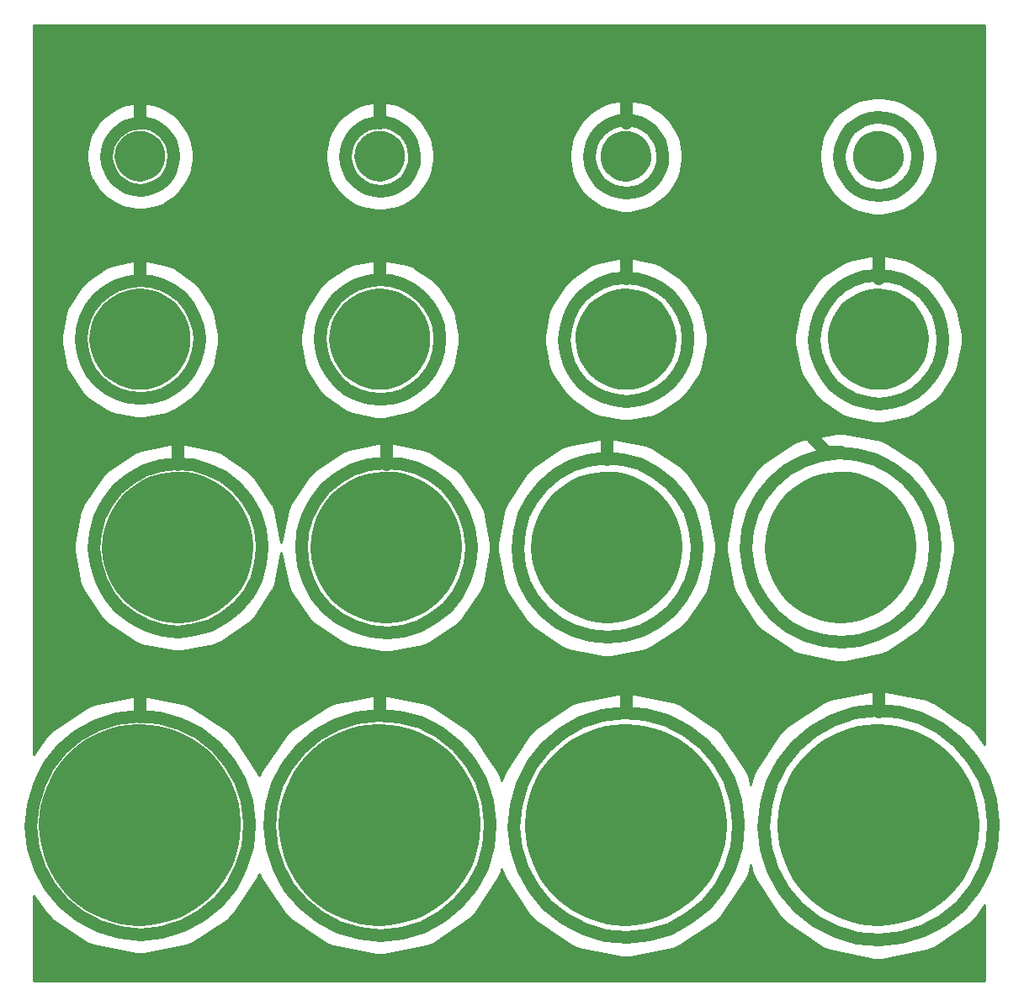
<source format=gtl>
G04 (created by PCBNEW-RS274X (2011-nov-30)-testing) date Sat 18 Aug 2012 05:52:09 PM EDT*
%MOIN*%
G04 Gerber Fmt 3.4, Leading zero omitted, Abs format*
%FSLAX34Y34*%
G01*
G70*
G90*
G04 APERTURE LIST*
%ADD10C,0.006*%
%ADD11C,0.05*%
%ADD12C,0.4*%
%ADD13C,0.3*%
%ADD14C,0.2*%
%ADD15C,0.1*%
%ADD16C,0.14*%
%ADD17R,0.01X0.01*%
%ADD18C,0.035*%
%ADD19C,0.01*%
G04 APERTURE END LIST*
G54D10*
G54D11*
X79870Y-68000D02*
X79786Y-68848D01*
X79540Y-69665D01*
X79139Y-70418D01*
X78600Y-71079D01*
X77943Y-71622D01*
X77193Y-72028D01*
X76378Y-72280D01*
X75530Y-72369D01*
X74682Y-72292D01*
X73863Y-72051D01*
X73108Y-71656D01*
X72443Y-71122D01*
X71895Y-70468D01*
X71484Y-69721D01*
X71226Y-68908D01*
X71131Y-68061D01*
X71202Y-67212D01*
X71437Y-66392D01*
X71827Y-65633D01*
X72357Y-64965D01*
X73006Y-64412D01*
X73751Y-63996D01*
X74562Y-63732D01*
X75409Y-63631D01*
X76258Y-63697D01*
X77080Y-63926D01*
X77841Y-64311D01*
X78513Y-64836D01*
X79070Y-65481D01*
X79492Y-66223D01*
X79761Y-67032D01*
X79868Y-67878D01*
X79870Y-68000D01*
G54D12*
X77500Y-68000D02*
X77461Y-68388D01*
X77349Y-68762D01*
X77165Y-69106D01*
X76919Y-69409D01*
X76618Y-69658D01*
X76275Y-69843D01*
X75902Y-69959D01*
X75513Y-69999D01*
X75126Y-69964D01*
X74751Y-69854D01*
X74405Y-69673D01*
X74101Y-69428D01*
X73850Y-69129D01*
X73662Y-68787D01*
X73544Y-68415D01*
X73501Y-68027D01*
X73533Y-67639D01*
X73641Y-67264D01*
X73819Y-66917D01*
X74062Y-66611D01*
X74359Y-66358D01*
X74700Y-66168D01*
X75071Y-66047D01*
X75459Y-66001D01*
X75847Y-66031D01*
X76223Y-66136D01*
X76571Y-66312D01*
X76879Y-66552D01*
X77134Y-66848D01*
X77327Y-67187D01*
X77450Y-67557D01*
X77499Y-67945D01*
X77500Y-68000D01*
G54D11*
X70330Y-68000D02*
X70247Y-68841D01*
X70003Y-69650D01*
X69606Y-70396D01*
X69072Y-71051D01*
X68421Y-71589D01*
X67677Y-71991D01*
X66870Y-72241D01*
X66030Y-72329D01*
X65189Y-72253D01*
X64378Y-72014D01*
X63630Y-71623D01*
X62971Y-71093D01*
X62428Y-70446D01*
X62021Y-69705D01*
X61765Y-68900D01*
X61671Y-68060D01*
X61742Y-67219D01*
X61975Y-66407D01*
X62361Y-65655D01*
X62886Y-64993D01*
X63529Y-64445D01*
X64267Y-64033D01*
X65071Y-63772D01*
X65910Y-63671D01*
X66751Y-63736D01*
X67565Y-63964D01*
X68320Y-64345D01*
X68986Y-64865D01*
X69538Y-65505D01*
X69955Y-66239D01*
X70222Y-67041D01*
X70328Y-67880D01*
X70330Y-68000D01*
G54D12*
X68000Y-68000D02*
X67961Y-68388D01*
X67849Y-68762D01*
X67665Y-69106D01*
X67419Y-69409D01*
X67118Y-69658D01*
X66775Y-69843D01*
X66402Y-69959D01*
X66013Y-69999D01*
X65626Y-69964D01*
X65251Y-69854D01*
X64905Y-69673D01*
X64601Y-69428D01*
X64350Y-69129D01*
X64162Y-68787D01*
X64044Y-68415D01*
X64001Y-68027D01*
X64033Y-67639D01*
X64141Y-67264D01*
X64319Y-66917D01*
X64562Y-66611D01*
X64859Y-66358D01*
X65200Y-66168D01*
X65571Y-66047D01*
X65959Y-66001D01*
X66347Y-66031D01*
X66723Y-66136D01*
X67071Y-66312D01*
X67379Y-66552D01*
X67634Y-66848D01*
X67827Y-67187D01*
X67950Y-67557D01*
X67999Y-67945D01*
X68000Y-68000D01*
G54D11*
X99800Y-68000D02*
X99713Y-68883D01*
X99456Y-69733D01*
X99039Y-70517D01*
X98478Y-71206D01*
X97794Y-71772D01*
X97013Y-72194D01*
X96164Y-72457D01*
X95281Y-72549D01*
X94398Y-72469D01*
X93546Y-72218D01*
X92759Y-71807D01*
X92067Y-71250D01*
X91496Y-70570D01*
X91068Y-69792D01*
X90800Y-68945D01*
X90701Y-68063D01*
X90775Y-67179D01*
X91020Y-66326D01*
X91426Y-65536D01*
X91978Y-64840D01*
X92654Y-64264D01*
X93429Y-63831D01*
X94273Y-63557D01*
X95155Y-63451D01*
X96040Y-63520D01*
X96895Y-63758D01*
X97688Y-64159D01*
X98387Y-64706D01*
X98968Y-65378D01*
X99406Y-66150D01*
X99686Y-66992D01*
X99798Y-67873D01*
X99800Y-68000D01*
G54D12*
X97250Y-68000D02*
X97211Y-68388D01*
X97099Y-68762D01*
X96915Y-69106D01*
X96669Y-69409D01*
X96368Y-69658D01*
X96025Y-69843D01*
X95652Y-69959D01*
X95263Y-69999D01*
X94876Y-69964D01*
X94501Y-69854D01*
X94155Y-69673D01*
X93851Y-69428D01*
X93600Y-69129D01*
X93412Y-68787D01*
X93294Y-68415D01*
X93251Y-68027D01*
X93283Y-67639D01*
X93391Y-67264D01*
X93569Y-66917D01*
X93812Y-66611D01*
X94109Y-66358D01*
X94450Y-66168D01*
X94821Y-66047D01*
X95209Y-66001D01*
X95597Y-66031D01*
X95973Y-66136D01*
X96321Y-66312D01*
X96629Y-66552D01*
X96884Y-66848D01*
X97077Y-67187D01*
X97200Y-67557D01*
X97249Y-67945D01*
X97250Y-68000D01*
G54D11*
X89700Y-68000D02*
X89615Y-68864D01*
X89364Y-69695D01*
X88956Y-70462D01*
X88407Y-71135D01*
X87738Y-71689D01*
X86974Y-72102D01*
X86144Y-72359D01*
X85281Y-72449D01*
X84417Y-72371D01*
X83584Y-72125D01*
X82814Y-71723D01*
X82137Y-71179D01*
X81579Y-70514D01*
X81160Y-69753D01*
X80898Y-68925D01*
X80801Y-68062D01*
X80874Y-67197D01*
X81113Y-66362D01*
X81510Y-65590D01*
X82049Y-64909D01*
X82711Y-64346D01*
X83469Y-63923D01*
X84295Y-63654D01*
X85157Y-63551D01*
X86022Y-63618D01*
X86859Y-63852D01*
X87634Y-64243D01*
X88318Y-64778D01*
X88886Y-65435D01*
X89315Y-66191D01*
X89589Y-67015D01*
X89698Y-67876D01*
X89700Y-68000D01*
G54D12*
X87250Y-68000D02*
X87211Y-68388D01*
X87099Y-68762D01*
X86915Y-69106D01*
X86669Y-69409D01*
X86368Y-69658D01*
X86025Y-69843D01*
X85652Y-69959D01*
X85263Y-69999D01*
X84876Y-69964D01*
X84501Y-69854D01*
X84155Y-69673D01*
X83851Y-69428D01*
X83600Y-69129D01*
X83412Y-68787D01*
X83294Y-68415D01*
X83251Y-68027D01*
X83283Y-67639D01*
X83391Y-67264D01*
X83569Y-66917D01*
X83812Y-66611D01*
X84109Y-66358D01*
X84450Y-66168D01*
X84821Y-66047D01*
X85209Y-66001D01*
X85597Y-66031D01*
X85973Y-66136D01*
X86321Y-66312D01*
X86629Y-66552D01*
X86884Y-66848D01*
X87077Y-67187D01*
X87200Y-67557D01*
X87249Y-67945D01*
X87250Y-68000D01*
G54D11*
X70830Y-57000D02*
X70766Y-57646D01*
X70578Y-58268D01*
X70273Y-58842D01*
X69862Y-59346D01*
X69362Y-59760D01*
X68790Y-60069D01*
X68169Y-60261D01*
X67523Y-60329D01*
X66877Y-60271D01*
X66253Y-60087D01*
X65677Y-59786D01*
X65171Y-59379D01*
X64753Y-58881D01*
X64440Y-58311D01*
X64243Y-57692D01*
X64171Y-57046D01*
X64225Y-56399D01*
X64404Y-55775D01*
X64701Y-55197D01*
X65105Y-54687D01*
X65600Y-54266D01*
X66167Y-53949D01*
X66785Y-53748D01*
X67431Y-53671D01*
X68078Y-53721D01*
X68704Y-53896D01*
X69284Y-54189D01*
X69796Y-54589D01*
X70221Y-55081D01*
X70542Y-55646D01*
X70747Y-56263D01*
X70828Y-56908D01*
X70830Y-57000D01*
G54D13*
X69000Y-57000D02*
X68971Y-57291D01*
X68886Y-57571D01*
X68749Y-57830D01*
X68564Y-58056D01*
X68338Y-58243D01*
X68081Y-58382D01*
X67801Y-58469D01*
X67510Y-58499D01*
X67219Y-58473D01*
X66939Y-58390D01*
X66679Y-58255D01*
X66451Y-58071D01*
X66263Y-57847D01*
X66122Y-57590D01*
X66033Y-57311D01*
X66001Y-57020D01*
X66025Y-56730D01*
X66106Y-56448D01*
X66240Y-56188D01*
X66421Y-55959D01*
X66644Y-55769D01*
X66900Y-55626D01*
X67178Y-55535D01*
X67469Y-55501D01*
X67760Y-55523D01*
X68042Y-55602D01*
X68303Y-55734D01*
X68534Y-55914D01*
X68725Y-56136D01*
X68870Y-56390D01*
X68962Y-56668D01*
X68999Y-56959D01*
X69000Y-57000D01*
G54D11*
X97500Y-57000D02*
X97428Y-57728D01*
X97217Y-58429D01*
X96873Y-59075D01*
X96410Y-59642D01*
X95846Y-60108D01*
X95203Y-60456D01*
X94504Y-60673D01*
X93776Y-60749D01*
X93048Y-60683D01*
X92346Y-60476D01*
X91697Y-60137D01*
X91127Y-59679D01*
X90656Y-59118D01*
X90304Y-58477D01*
X90082Y-57779D01*
X90001Y-57052D01*
X90062Y-56324D01*
X90264Y-55620D01*
X90598Y-54969D01*
X91053Y-54396D01*
X91610Y-53921D01*
X92249Y-53564D01*
X92945Y-53338D01*
X93672Y-53251D01*
X94401Y-53307D01*
X95106Y-53504D01*
X95759Y-53834D01*
X96336Y-54285D01*
X96814Y-54839D01*
X97175Y-55475D01*
X97406Y-56170D01*
X97498Y-56896D01*
X97500Y-57000D01*
G54D13*
X95250Y-57000D02*
X95221Y-57291D01*
X95136Y-57571D01*
X94999Y-57830D01*
X94814Y-58056D01*
X94588Y-58243D01*
X94331Y-58382D01*
X94051Y-58469D01*
X93760Y-58499D01*
X93469Y-58473D01*
X93189Y-58390D01*
X92929Y-58255D01*
X92701Y-58071D01*
X92513Y-57847D01*
X92372Y-57590D01*
X92283Y-57311D01*
X92251Y-57020D01*
X92275Y-56730D01*
X92356Y-56448D01*
X92490Y-56188D01*
X92671Y-55959D01*
X92894Y-55769D01*
X93150Y-55626D01*
X93428Y-55535D01*
X93719Y-55501D01*
X94010Y-55523D01*
X94292Y-55602D01*
X94553Y-55734D01*
X94784Y-55914D01*
X94975Y-56136D01*
X95120Y-56390D01*
X95212Y-56668D01*
X95249Y-56959D01*
X95250Y-57000D01*
G54D11*
X88050Y-57000D02*
X87982Y-57689D01*
X87782Y-58352D01*
X87456Y-58964D01*
X87018Y-59501D01*
X86485Y-59943D01*
X85875Y-60272D01*
X85213Y-60477D01*
X84524Y-60549D01*
X83835Y-60487D01*
X83171Y-60291D01*
X82557Y-59970D01*
X82017Y-59536D01*
X81571Y-59005D01*
X81238Y-58398D01*
X81028Y-57738D01*
X80951Y-57049D01*
X81009Y-56360D01*
X81200Y-55694D01*
X81516Y-55077D01*
X81947Y-54534D01*
X82474Y-54085D01*
X83079Y-53747D01*
X83738Y-53533D01*
X84426Y-53451D01*
X85116Y-53504D01*
X85783Y-53691D01*
X86402Y-54003D01*
X86948Y-54430D01*
X87400Y-54954D01*
X87743Y-55557D01*
X87961Y-56214D01*
X88048Y-56901D01*
X88050Y-57000D01*
G54D13*
X86000Y-57000D02*
X85971Y-57291D01*
X85886Y-57571D01*
X85749Y-57830D01*
X85564Y-58056D01*
X85338Y-58243D01*
X85081Y-58382D01*
X84801Y-58469D01*
X84510Y-58499D01*
X84219Y-58473D01*
X83939Y-58390D01*
X83679Y-58255D01*
X83451Y-58071D01*
X83263Y-57847D01*
X83122Y-57590D01*
X83033Y-57311D01*
X83001Y-57020D01*
X83025Y-56730D01*
X83106Y-56448D01*
X83240Y-56188D01*
X83421Y-55959D01*
X83644Y-55769D01*
X83900Y-55626D01*
X84178Y-55535D01*
X84469Y-55501D01*
X84760Y-55523D01*
X85042Y-55602D01*
X85303Y-55734D01*
X85534Y-55914D01*
X85725Y-56136D01*
X85870Y-56390D01*
X85962Y-56668D01*
X85999Y-56959D01*
X86000Y-57000D01*
G54D11*
X79120Y-57000D02*
X79055Y-57654D01*
X78865Y-58284D01*
X78556Y-58864D01*
X78141Y-59374D01*
X77634Y-59793D01*
X77055Y-60106D01*
X76427Y-60301D01*
X75773Y-60369D01*
X75119Y-60310D01*
X74488Y-60124D01*
X73905Y-59819D01*
X73393Y-59407D01*
X72970Y-58903D01*
X72653Y-58327D01*
X72454Y-57700D01*
X72381Y-57047D01*
X72436Y-56392D01*
X72617Y-55760D01*
X72918Y-55175D01*
X73326Y-54660D01*
X73827Y-54233D01*
X74401Y-53912D01*
X75027Y-53709D01*
X75680Y-53631D01*
X76335Y-53682D01*
X76968Y-53859D01*
X77555Y-54155D01*
X78074Y-54560D01*
X78503Y-55058D01*
X78828Y-55630D01*
X79036Y-56254D01*
X79118Y-56906D01*
X79120Y-57000D01*
G54D13*
X77250Y-57000D02*
X77221Y-57291D01*
X77136Y-57571D01*
X76999Y-57830D01*
X76814Y-58056D01*
X76588Y-58243D01*
X76331Y-58382D01*
X76051Y-58469D01*
X75760Y-58499D01*
X75469Y-58473D01*
X75189Y-58390D01*
X74929Y-58255D01*
X74701Y-58071D01*
X74513Y-57847D01*
X74372Y-57590D01*
X74283Y-57311D01*
X74251Y-57020D01*
X74275Y-56730D01*
X74356Y-56448D01*
X74490Y-56188D01*
X74671Y-55959D01*
X74894Y-55769D01*
X75150Y-55626D01*
X75428Y-55535D01*
X75719Y-55501D01*
X76010Y-55523D01*
X76292Y-55602D01*
X76553Y-55734D01*
X76784Y-55914D01*
X76975Y-56136D01*
X77120Y-56390D01*
X77212Y-56668D01*
X77249Y-56959D01*
X77250Y-57000D01*
G54D11*
X68340Y-48750D02*
X68295Y-49204D01*
X68163Y-49641D01*
X67949Y-50044D01*
X67660Y-50398D01*
X67308Y-50689D01*
X66906Y-50907D01*
X66470Y-51042D01*
X66016Y-51089D01*
X65562Y-51048D01*
X65124Y-50919D01*
X64719Y-50708D01*
X64363Y-50421D01*
X64070Y-50072D01*
X63850Y-49671D01*
X63712Y-49236D01*
X63661Y-48782D01*
X63699Y-48328D01*
X63825Y-47889D01*
X64034Y-47483D01*
X64317Y-47125D01*
X64665Y-46829D01*
X65064Y-46606D01*
X65498Y-46465D01*
X65951Y-46411D01*
X66406Y-46446D01*
X66846Y-46569D01*
X67253Y-46775D01*
X67613Y-47056D01*
X67912Y-47402D01*
X68137Y-47799D01*
X68281Y-48232D01*
X68339Y-48685D01*
X68340Y-48750D01*
G54D14*
X67000Y-48750D02*
X66980Y-48944D01*
X66924Y-49131D01*
X66832Y-49303D01*
X66709Y-49454D01*
X66559Y-49579D01*
X66387Y-49671D01*
X66201Y-49729D01*
X66006Y-49749D01*
X65813Y-49732D01*
X65626Y-49677D01*
X65453Y-49586D01*
X65301Y-49464D01*
X65175Y-49314D01*
X65081Y-49143D01*
X65022Y-48957D01*
X65001Y-48763D01*
X65017Y-48570D01*
X65071Y-48382D01*
X65160Y-48209D01*
X65281Y-48056D01*
X65430Y-47929D01*
X65600Y-47834D01*
X65786Y-47774D01*
X65980Y-47751D01*
X66173Y-47766D01*
X66361Y-47818D01*
X66535Y-47906D01*
X66689Y-48026D01*
X66817Y-48174D01*
X66913Y-48344D01*
X66975Y-48529D01*
X66999Y-48723D01*
X67000Y-48750D01*
G54D11*
X97800Y-48750D02*
X97751Y-49245D01*
X97607Y-49721D01*
X97373Y-50161D01*
X97059Y-50546D01*
X96675Y-50864D01*
X96238Y-51100D01*
X95762Y-51247D01*
X95267Y-51299D01*
X94773Y-51254D01*
X94295Y-51114D01*
X93854Y-50883D01*
X93466Y-50571D01*
X93146Y-50190D01*
X92907Y-49754D01*
X92756Y-49280D01*
X92701Y-48785D01*
X92742Y-48290D01*
X92880Y-47812D01*
X93107Y-47369D01*
X93416Y-46979D01*
X93795Y-46657D01*
X94230Y-46414D01*
X94703Y-46260D01*
X95197Y-46201D01*
X95692Y-46239D01*
X96172Y-46373D01*
X96616Y-46597D01*
X97008Y-46904D01*
X97333Y-47281D01*
X97579Y-47713D01*
X97736Y-48186D01*
X97799Y-48679D01*
X97800Y-48750D01*
G54D14*
X96250Y-48750D02*
X96230Y-48944D01*
X96174Y-49131D01*
X96082Y-49303D01*
X95959Y-49454D01*
X95809Y-49579D01*
X95637Y-49671D01*
X95451Y-49729D01*
X95256Y-49749D01*
X95063Y-49732D01*
X94876Y-49677D01*
X94703Y-49586D01*
X94551Y-49464D01*
X94425Y-49314D01*
X94331Y-49143D01*
X94272Y-48957D01*
X94251Y-48763D01*
X94267Y-48570D01*
X94321Y-48382D01*
X94410Y-48209D01*
X94531Y-48056D01*
X94680Y-47929D01*
X94850Y-47834D01*
X95036Y-47774D01*
X95230Y-47751D01*
X95423Y-47766D01*
X95611Y-47818D01*
X95785Y-47906D01*
X95939Y-48026D01*
X96067Y-48174D01*
X96163Y-48344D01*
X96225Y-48529D01*
X96249Y-48723D01*
X96250Y-48750D01*
G54D11*
X87700Y-48750D02*
X87653Y-49225D01*
X87515Y-49683D01*
X87290Y-50105D01*
X86988Y-50476D01*
X86620Y-50781D01*
X86199Y-51008D01*
X85742Y-51149D01*
X85267Y-51199D01*
X84791Y-51156D01*
X84333Y-51021D01*
X83909Y-50800D01*
X83536Y-50500D01*
X83229Y-50134D01*
X82999Y-49715D01*
X82854Y-49259D01*
X82801Y-48784D01*
X82841Y-48308D01*
X82973Y-47849D01*
X83191Y-47423D01*
X83488Y-47049D01*
X83852Y-46739D01*
X84270Y-46505D01*
X84724Y-46358D01*
X85199Y-46301D01*
X85675Y-46338D01*
X86135Y-46466D01*
X86562Y-46682D01*
X86939Y-46976D01*
X87252Y-47338D01*
X87488Y-47754D01*
X87639Y-48208D01*
X87699Y-48682D01*
X87700Y-48750D01*
G54D14*
X86250Y-48750D02*
X86230Y-48944D01*
X86174Y-49131D01*
X86082Y-49303D01*
X85959Y-49454D01*
X85809Y-49579D01*
X85637Y-49671D01*
X85451Y-49729D01*
X85256Y-49749D01*
X85063Y-49732D01*
X84876Y-49677D01*
X84703Y-49586D01*
X84551Y-49464D01*
X84425Y-49314D01*
X84331Y-49143D01*
X84272Y-48957D01*
X84251Y-48763D01*
X84267Y-48570D01*
X84321Y-48382D01*
X84410Y-48209D01*
X84531Y-48056D01*
X84680Y-47929D01*
X84850Y-47834D01*
X85036Y-47774D01*
X85230Y-47751D01*
X85423Y-47766D01*
X85611Y-47818D01*
X85785Y-47906D01*
X85939Y-48026D01*
X86067Y-48174D01*
X86163Y-48344D01*
X86225Y-48529D01*
X86249Y-48723D01*
X86250Y-48750D01*
G54D11*
X77870Y-48750D02*
X77824Y-49210D01*
X77691Y-49653D01*
X77474Y-50061D01*
X77181Y-50419D01*
X76825Y-50714D01*
X76418Y-50934D01*
X75976Y-51071D01*
X75516Y-51119D01*
X75056Y-51078D01*
X74613Y-50947D01*
X74203Y-50733D01*
X73842Y-50443D01*
X73545Y-50088D01*
X73322Y-49683D01*
X73182Y-49242D01*
X73131Y-48783D01*
X73169Y-48323D01*
X73297Y-47878D01*
X73508Y-47467D01*
X73796Y-47104D01*
X74148Y-46804D01*
X74552Y-46579D01*
X74992Y-46436D01*
X75451Y-46381D01*
X75911Y-46417D01*
X76357Y-46541D01*
X76769Y-46749D01*
X77134Y-47034D01*
X77436Y-47384D01*
X77665Y-47787D01*
X77811Y-48225D01*
X77869Y-48684D01*
X77870Y-48750D01*
G54D14*
X76500Y-48750D02*
X76480Y-48944D01*
X76424Y-49131D01*
X76332Y-49303D01*
X76209Y-49454D01*
X76059Y-49579D01*
X75887Y-49671D01*
X75701Y-49729D01*
X75506Y-49749D01*
X75313Y-49732D01*
X75126Y-49677D01*
X74953Y-49586D01*
X74801Y-49464D01*
X74675Y-49314D01*
X74581Y-49143D01*
X74522Y-48957D01*
X74501Y-48763D01*
X74517Y-48570D01*
X74571Y-48382D01*
X74660Y-48209D01*
X74781Y-48056D01*
X74930Y-47929D01*
X75100Y-47834D01*
X75286Y-47774D01*
X75480Y-47751D01*
X75673Y-47766D01*
X75861Y-47818D01*
X76035Y-47906D01*
X76189Y-48026D01*
X76317Y-48174D01*
X76413Y-48344D01*
X76475Y-48529D01*
X76499Y-48723D01*
X76500Y-48750D01*
G54D11*
X67330Y-41500D02*
X67304Y-41758D01*
X67229Y-42006D01*
X67107Y-42236D01*
X66943Y-42437D01*
X66743Y-42602D01*
X66515Y-42726D01*
X66267Y-42802D01*
X66009Y-42829D01*
X65751Y-42806D01*
X65502Y-42733D01*
X65272Y-42612D01*
X65070Y-42450D01*
X64903Y-42251D01*
X64778Y-42023D01*
X64700Y-41776D01*
X64671Y-41518D01*
X64692Y-41260D01*
X64764Y-41011D01*
X64883Y-40780D01*
X65044Y-40577D01*
X65241Y-40408D01*
X65468Y-40282D01*
X65715Y-40202D01*
X65973Y-40171D01*
X66230Y-40191D01*
X66480Y-40261D01*
X66712Y-40378D01*
X66917Y-40537D01*
X67086Y-40734D01*
X67215Y-40960D01*
X67296Y-41206D01*
X67329Y-41463D01*
X67330Y-41500D01*
G54D15*
X66500Y-41500D02*
X66490Y-41597D01*
X66462Y-41690D01*
X66416Y-41776D01*
X66354Y-41852D01*
X66279Y-41914D01*
X66193Y-41960D01*
X66100Y-41989D01*
X66003Y-41999D01*
X65907Y-41991D01*
X65813Y-41963D01*
X65727Y-41918D01*
X65651Y-41857D01*
X65588Y-41782D01*
X65541Y-41696D01*
X65511Y-41603D01*
X65501Y-41506D01*
X65509Y-41410D01*
X65536Y-41316D01*
X65580Y-41230D01*
X65641Y-41153D01*
X65715Y-41090D01*
X65800Y-41042D01*
X65893Y-41012D01*
X65990Y-41001D01*
X66086Y-41008D01*
X66180Y-41034D01*
X66267Y-41078D01*
X66344Y-41138D01*
X66408Y-41212D01*
X66456Y-41297D01*
X66487Y-41390D01*
X66499Y-41487D01*
X66500Y-41500D01*
G54D11*
X96800Y-41500D02*
X96770Y-41801D01*
X96683Y-42090D01*
X96541Y-42357D01*
X96349Y-42592D01*
X96116Y-42785D01*
X95850Y-42928D01*
X95561Y-43018D01*
X95260Y-43049D01*
X94960Y-43022D01*
X94670Y-42937D01*
X94402Y-42796D01*
X94166Y-42607D01*
X93972Y-42375D01*
X93826Y-42110D01*
X93734Y-41822D01*
X93701Y-41521D01*
X93726Y-41221D01*
X93809Y-40930D01*
X93948Y-40661D01*
X94136Y-40424D01*
X94366Y-40228D01*
X94630Y-40080D01*
X94918Y-39987D01*
X95218Y-39951D01*
X95519Y-39974D01*
X95810Y-40055D01*
X96080Y-40192D01*
X96318Y-40378D01*
X96516Y-40607D01*
X96665Y-40870D01*
X96761Y-41157D01*
X96799Y-41457D01*
X96800Y-41500D01*
G54D15*
X95750Y-41500D02*
X95740Y-41597D01*
X95712Y-41690D01*
X95666Y-41776D01*
X95604Y-41852D01*
X95529Y-41914D01*
X95443Y-41960D01*
X95350Y-41989D01*
X95253Y-41999D01*
X95157Y-41991D01*
X95063Y-41963D01*
X94977Y-41918D01*
X94901Y-41857D01*
X94838Y-41782D01*
X94791Y-41696D01*
X94761Y-41603D01*
X94751Y-41506D01*
X94759Y-41410D01*
X94786Y-41316D01*
X94830Y-41230D01*
X94891Y-41153D01*
X94965Y-41090D01*
X95050Y-41042D01*
X95143Y-41012D01*
X95240Y-41001D01*
X95336Y-41008D01*
X95430Y-41034D01*
X95517Y-41078D01*
X95594Y-41138D01*
X95658Y-41212D01*
X95706Y-41297D01*
X95737Y-41390D01*
X95749Y-41487D01*
X95750Y-41500D01*
G54D11*
X86700Y-41500D02*
X86672Y-41781D01*
X86590Y-42052D01*
X86457Y-42302D01*
X86278Y-42521D01*
X86060Y-42702D01*
X85811Y-42836D01*
X85541Y-42920D01*
X85260Y-42949D01*
X84979Y-42924D01*
X84707Y-42844D01*
X84457Y-42713D01*
X84236Y-42535D01*
X84054Y-42319D01*
X83918Y-42071D01*
X83832Y-41801D01*
X83801Y-41520D01*
X83824Y-41239D01*
X83902Y-40967D01*
X84032Y-40715D01*
X84207Y-40493D01*
X84423Y-40310D01*
X84670Y-40172D01*
X84939Y-40084D01*
X85220Y-40051D01*
X85501Y-40073D01*
X85774Y-40149D01*
X86026Y-40276D01*
X86249Y-40450D01*
X86434Y-40665D01*
X86574Y-40911D01*
X86663Y-41179D01*
X86699Y-41460D01*
X86700Y-41500D01*
G54D15*
X85750Y-41500D02*
X85740Y-41597D01*
X85712Y-41690D01*
X85666Y-41776D01*
X85604Y-41852D01*
X85529Y-41914D01*
X85443Y-41960D01*
X85350Y-41989D01*
X85253Y-41999D01*
X85157Y-41991D01*
X85063Y-41963D01*
X84977Y-41918D01*
X84901Y-41857D01*
X84838Y-41782D01*
X84791Y-41696D01*
X84761Y-41603D01*
X84751Y-41506D01*
X84759Y-41410D01*
X84786Y-41316D01*
X84830Y-41230D01*
X84891Y-41153D01*
X84965Y-41090D01*
X85050Y-41042D01*
X85143Y-41012D01*
X85240Y-41001D01*
X85336Y-41008D01*
X85430Y-41034D01*
X85517Y-41078D01*
X85594Y-41138D01*
X85658Y-41212D01*
X85706Y-41297D01*
X85737Y-41390D01*
X85749Y-41487D01*
X85750Y-41500D01*
G54D11*
X76870Y-41500D02*
X76843Y-41766D01*
X76766Y-42022D01*
X76641Y-42258D01*
X76472Y-42465D01*
X76266Y-42635D01*
X76030Y-42762D01*
X75775Y-42842D01*
X75509Y-42869D01*
X75244Y-42845D01*
X74987Y-42770D01*
X74750Y-42646D01*
X74542Y-42478D01*
X74370Y-42274D01*
X74241Y-42039D01*
X74160Y-41784D01*
X74131Y-41519D01*
X74153Y-41253D01*
X74227Y-40996D01*
X74349Y-40758D01*
X74515Y-40549D01*
X74719Y-40376D01*
X74952Y-40245D01*
X75206Y-40162D01*
X75472Y-40131D01*
X75737Y-40151D01*
X75995Y-40223D01*
X76234Y-40344D01*
X76444Y-40508D01*
X76619Y-40711D01*
X76751Y-40943D01*
X76835Y-41197D01*
X76869Y-41462D01*
X76870Y-41500D01*
G54D15*
X76000Y-41500D02*
X75990Y-41597D01*
X75962Y-41690D01*
X75916Y-41776D01*
X75854Y-41852D01*
X75779Y-41914D01*
X75693Y-41960D01*
X75600Y-41989D01*
X75503Y-41999D01*
X75407Y-41991D01*
X75313Y-41963D01*
X75227Y-41918D01*
X75151Y-41857D01*
X75088Y-41782D01*
X75041Y-41696D01*
X75011Y-41603D01*
X75001Y-41506D01*
X75009Y-41410D01*
X75036Y-41316D01*
X75080Y-41230D01*
X75141Y-41153D01*
X75215Y-41090D01*
X75300Y-41042D01*
X75393Y-41012D01*
X75490Y-41001D01*
X75586Y-41008D01*
X75680Y-41034D01*
X75767Y-41078D01*
X75844Y-41138D01*
X75908Y-41212D01*
X75956Y-41297D01*
X75987Y-41390D01*
X75999Y-41487D01*
X76000Y-41500D01*
G54D16*
X75500Y-68000D03*
G54D17*
X75505Y-63555D03*
G54D16*
X66000Y-68000D03*
G54D17*
X66000Y-63700D03*
G54D16*
X95250Y-68000D03*
G54D17*
X95250Y-63500D03*
G54D16*
X85250Y-68000D03*
G54D17*
X85250Y-63500D03*
G54D16*
X67500Y-57000D03*
G54D17*
X67500Y-53700D03*
G54D16*
X93750Y-57000D03*
G54D17*
X93750Y-53200D03*
G54D16*
X84500Y-57000D03*
G54D17*
X84500Y-53500D03*
G54D16*
X75750Y-57000D03*
G54D17*
X75750Y-53700D03*
G54D16*
X66000Y-48750D03*
G54D17*
X66000Y-46350D03*
G54D16*
X95250Y-48750D03*
G54D17*
X95250Y-46350D03*
G54D16*
X85250Y-48750D03*
G54D17*
X85250Y-46350D03*
G54D16*
X75500Y-48750D03*
G54D17*
X75500Y-46350D03*
G54D16*
X66000Y-41500D03*
G54D17*
X66000Y-40170D03*
G54D16*
X95250Y-41500D03*
G54D17*
X95250Y-40170D03*
G54D16*
X85250Y-41500D03*
G54D17*
X85250Y-40170D03*
G54D16*
X75500Y-41500D03*
G54D17*
X75500Y-40170D03*
G54D18*
X76750Y-74000D03*
X98750Y-60250D03*
X78750Y-39000D03*
X62500Y-59750D03*
G54D11*
X75505Y-63555D02*
X75505Y-62005D01*
X75505Y-62005D02*
X75500Y-62000D01*
X66000Y-63700D02*
X66000Y-62250D01*
X85250Y-63500D02*
X85250Y-62250D01*
X95250Y-63500D02*
X95250Y-62000D01*
X84500Y-53500D02*
X84500Y-52250D01*
X75750Y-53700D02*
X75750Y-52500D01*
X67500Y-53700D02*
X67500Y-52250D01*
X66000Y-46350D02*
X66000Y-44750D01*
X75500Y-46350D02*
X75500Y-45000D01*
X85250Y-46350D02*
X85250Y-44750D01*
X93750Y-53200D02*
X93200Y-53200D01*
X93200Y-53200D02*
X92250Y-52250D01*
X95250Y-46350D02*
X95250Y-45000D01*
X85250Y-40170D02*
X85250Y-38500D01*
X75500Y-40170D02*
X75500Y-38750D01*
X66000Y-40170D02*
X66000Y-38750D01*
G54D10*
G36*
X99450Y-64813D02*
X99132Y-64338D01*
X98911Y-64118D01*
X98907Y-64116D01*
X98584Y-63899D01*
X98584Y-48907D01*
X98584Y-48905D01*
X98584Y-48595D01*
X98584Y-48593D01*
X98583Y-48591D01*
X98391Y-47619D01*
X98390Y-47616D01*
X98271Y-47330D01*
X98271Y-47328D01*
X97718Y-46502D01*
X97585Y-46369D01*
X97585Y-41657D01*
X97585Y-41655D01*
X97585Y-41345D01*
X97585Y-41343D01*
X97466Y-40751D01*
X97466Y-40750D01*
X97347Y-40463D01*
X97347Y-40462D01*
X97345Y-40460D01*
X97012Y-39960D01*
X97010Y-39958D01*
X96791Y-39739D01*
X96789Y-39738D01*
X96287Y-39402D01*
X95998Y-39283D01*
X95993Y-39283D01*
X95407Y-39166D01*
X95405Y-39165D01*
X95095Y-39165D01*
X95093Y-39165D01*
X94500Y-39284D01*
X94212Y-39403D01*
X94210Y-39404D01*
X93710Y-39738D01*
X93708Y-39740D01*
X93489Y-39959D01*
X93488Y-39960D01*
X93488Y-39961D01*
X93152Y-40463D01*
X93033Y-40752D01*
X93033Y-40756D01*
X92916Y-41342D01*
X92915Y-41345D01*
X92915Y-41500D01*
X92915Y-41655D01*
X92916Y-41657D01*
X93033Y-42243D01*
X93033Y-42248D01*
X93152Y-42537D01*
X93488Y-43039D01*
X93489Y-43041D01*
X93708Y-43260D01*
X93710Y-43262D01*
X94210Y-43595D01*
X94212Y-43597D01*
X94213Y-43597D01*
X94500Y-43716D01*
X94501Y-43716D01*
X95093Y-43835D01*
X95095Y-43835D01*
X95405Y-43835D01*
X95407Y-43834D01*
X95407Y-43833D01*
X95993Y-43717D01*
X95998Y-43717D01*
X95999Y-43716D01*
X96287Y-43598D01*
X96789Y-43262D01*
X96789Y-43261D01*
X96791Y-43261D01*
X97010Y-43042D01*
X97012Y-43040D01*
X97345Y-42539D01*
X97347Y-42538D01*
X97347Y-42537D01*
X97466Y-42250D01*
X97466Y-42249D01*
X97585Y-41657D01*
X97585Y-46369D01*
X97497Y-46282D01*
X96671Y-45729D01*
X96670Y-45728D01*
X96381Y-45608D01*
X95405Y-45415D01*
X95093Y-45416D01*
X95091Y-45416D01*
X94119Y-45609D01*
X94116Y-45609D01*
X94116Y-45610D01*
X93828Y-45729D01*
X93002Y-46282D01*
X92782Y-46503D01*
X92229Y-47328D01*
X92228Y-47330D01*
X92108Y-47619D01*
X91915Y-48595D01*
X91915Y-48750D01*
X91915Y-48905D01*
X92108Y-49881D01*
X92228Y-50170D01*
X92229Y-50171D01*
X92782Y-50997D01*
X93002Y-51218D01*
X93828Y-51771D01*
X93830Y-51771D01*
X94116Y-51890D01*
X94119Y-51891D01*
X95091Y-52083D01*
X95093Y-52084D01*
X95095Y-52084D01*
X95405Y-52085D01*
X95407Y-52084D01*
X96381Y-51892D01*
X96383Y-51890D01*
X96670Y-51772D01*
X96671Y-51771D01*
X96671Y-51770D01*
X97497Y-51218D01*
X97718Y-50998D01*
X98271Y-50172D01*
X98271Y-50170D01*
X98390Y-49884D01*
X98390Y-49883D01*
X98391Y-49881D01*
X98583Y-48908D01*
X98584Y-48907D01*
X98584Y-63899D01*
X98284Y-63698D01*
X98284Y-57157D01*
X98284Y-57155D01*
X98284Y-56845D01*
X98284Y-56843D01*
X98283Y-56841D01*
X98000Y-55410D01*
X97880Y-55121D01*
X97876Y-55117D01*
X97068Y-53904D01*
X97067Y-53903D01*
X97067Y-53902D01*
X96846Y-53681D01*
X95629Y-52869D01*
X95341Y-52749D01*
X93905Y-52465D01*
X93593Y-52466D01*
X93591Y-52466D01*
X92160Y-52750D01*
X91871Y-52870D01*
X91867Y-52873D01*
X90654Y-53682D01*
X90653Y-53682D01*
X90652Y-53683D01*
X90431Y-53904D01*
X89619Y-55121D01*
X89499Y-55409D01*
X89215Y-56845D01*
X89215Y-57000D01*
X89215Y-57155D01*
X89499Y-58591D01*
X89619Y-58879D01*
X90431Y-60096D01*
X90652Y-60317D01*
X90653Y-60317D01*
X90654Y-60318D01*
X91867Y-61126D01*
X91871Y-61130D01*
X92160Y-61250D01*
X93591Y-61533D01*
X93593Y-61534D01*
X93595Y-61534D01*
X93905Y-61535D01*
X93907Y-61534D01*
X95341Y-61251D01*
X95629Y-61131D01*
X96846Y-60319D01*
X96847Y-60317D01*
X97067Y-60098D01*
X97067Y-60096D01*
X97068Y-60096D01*
X97876Y-58882D01*
X97879Y-58879D01*
X97880Y-58879D01*
X98000Y-58590D01*
X98283Y-57158D01*
X98284Y-57157D01*
X98284Y-63698D01*
X97439Y-63133D01*
X97435Y-63129D01*
X97147Y-63010D01*
X95405Y-62665D01*
X95093Y-62666D01*
X95091Y-62666D01*
X93354Y-63010D01*
X93351Y-63011D01*
X93063Y-63131D01*
X91588Y-64118D01*
X91368Y-64339D01*
X91366Y-64342D01*
X90383Y-65810D01*
X90379Y-65815D01*
X90260Y-66103D01*
X90199Y-66410D01*
X90145Y-66142D01*
X90145Y-66140D01*
X90026Y-65853D01*
X90026Y-65852D01*
X90023Y-65849D01*
X89063Y-64409D01*
X89062Y-64408D01*
X89062Y-64407D01*
X88842Y-64188D01*
X88841Y-64187D01*
X88834Y-64182D01*
X88834Y-57156D01*
X88833Y-57000D01*
X88833Y-56844D01*
X88834Y-56844D01*
X88565Y-55486D01*
X88564Y-55483D01*
X88484Y-55290D01*
X88484Y-48906D01*
X88484Y-48594D01*
X88299Y-47657D01*
X88298Y-47655D01*
X88179Y-47368D01*
X88178Y-47367D01*
X88177Y-47366D01*
X87647Y-46573D01*
X87485Y-46410D01*
X87485Y-41656D01*
X87484Y-41500D01*
X87484Y-41344D01*
X87485Y-41344D01*
X87375Y-40790D01*
X87374Y-40788D01*
X87255Y-40501D01*
X87254Y-40500D01*
X87254Y-40499D01*
X86940Y-40030D01*
X86720Y-39810D01*
X86250Y-39495D01*
X86248Y-39494D01*
X85962Y-39376D01*
X85960Y-39375D01*
X85405Y-39265D01*
X85249Y-39265D01*
X85094Y-39265D01*
X84540Y-39375D01*
X84251Y-39495D01*
X84250Y-39495D01*
X84249Y-39496D01*
X83780Y-39810D01*
X83560Y-40030D01*
X83245Y-40500D01*
X83244Y-40501D01*
X83244Y-40502D01*
X83125Y-40790D01*
X83015Y-41345D01*
X83015Y-41500D01*
X83015Y-41655D01*
X83125Y-42210D01*
X83126Y-42212D01*
X83244Y-42498D01*
X83245Y-42500D01*
X83560Y-42970D01*
X83780Y-43190D01*
X84249Y-43504D01*
X84250Y-43504D01*
X84251Y-43505D01*
X84538Y-43624D01*
X84540Y-43625D01*
X85093Y-43734D01*
X85094Y-43735D01*
X85249Y-43734D01*
X85405Y-43735D01*
X85406Y-43734D01*
X85960Y-43625D01*
X85962Y-43624D01*
X86248Y-43506D01*
X86248Y-43505D01*
X86250Y-43505D01*
X86719Y-43190D01*
X86720Y-43190D01*
X86940Y-42970D01*
X87254Y-42501D01*
X87254Y-42499D01*
X87255Y-42499D01*
X87374Y-42212D01*
X87375Y-42210D01*
X87484Y-41656D01*
X87485Y-41656D01*
X87485Y-46410D01*
X87427Y-46352D01*
X86633Y-45821D01*
X86632Y-45820D01*
X86345Y-45702D01*
X86343Y-45701D01*
X85405Y-45515D01*
X85093Y-45516D01*
X85092Y-45516D01*
X84157Y-45701D01*
X83868Y-45821D01*
X83866Y-45822D01*
X83073Y-46353D01*
X82852Y-46573D01*
X82321Y-47366D01*
X82320Y-47368D01*
X82201Y-47657D01*
X82015Y-48595D01*
X82015Y-48750D01*
X82015Y-48905D01*
X82201Y-49843D01*
X82202Y-49845D01*
X82320Y-50132D01*
X82321Y-50133D01*
X82852Y-50927D01*
X83073Y-51147D01*
X83866Y-51677D01*
X83867Y-51678D01*
X83868Y-51679D01*
X84155Y-51798D01*
X84157Y-51799D01*
X85092Y-51983D01*
X85093Y-51984D01*
X85094Y-51984D01*
X85405Y-51985D01*
X85406Y-51984D01*
X86343Y-51799D01*
X86345Y-51798D01*
X86632Y-51680D01*
X86633Y-51679D01*
X86633Y-51678D01*
X87427Y-51148D01*
X87647Y-50927D01*
X88177Y-50133D01*
X88178Y-50133D01*
X88179Y-50132D01*
X88298Y-49845D01*
X88299Y-49843D01*
X88484Y-48906D01*
X88484Y-55290D01*
X88445Y-55197D01*
X88445Y-55195D01*
X87675Y-54045D01*
X87454Y-53825D01*
X86304Y-53055D01*
X86302Y-53054D01*
X86014Y-52934D01*
X84655Y-52665D01*
X84343Y-52666D01*
X84342Y-52666D01*
X82986Y-52935D01*
X82983Y-52935D01*
X82983Y-52936D01*
X82695Y-53055D01*
X81545Y-53825D01*
X81325Y-54046D01*
X80555Y-55196D01*
X80554Y-55197D01*
X80554Y-55198D01*
X80434Y-55486D01*
X80165Y-56845D01*
X80165Y-57000D01*
X80165Y-57155D01*
X80434Y-58514D01*
X80554Y-58802D01*
X80555Y-58804D01*
X81325Y-59954D01*
X81545Y-60175D01*
X82695Y-60945D01*
X82697Y-60945D01*
X82983Y-61064D01*
X82986Y-61065D01*
X84342Y-61333D01*
X84343Y-61334D01*
X84344Y-61334D01*
X84655Y-61335D01*
X86014Y-61066D01*
X86016Y-61064D01*
X86302Y-60946D01*
X86302Y-60945D01*
X86304Y-60945D01*
X87454Y-60175D01*
X87675Y-59955D01*
X88445Y-58805D01*
X88445Y-58803D01*
X88564Y-58517D01*
X88564Y-58516D01*
X88565Y-58514D01*
X88833Y-57156D01*
X88834Y-57156D01*
X88834Y-64182D01*
X87397Y-63223D01*
X87108Y-63104D01*
X87098Y-63104D01*
X85412Y-62767D01*
X85405Y-62764D01*
X85093Y-62764D01*
X83390Y-63105D01*
X83102Y-63224D01*
X83099Y-63226D01*
X81659Y-64187D01*
X81658Y-64187D01*
X81657Y-64188D01*
X81437Y-64409D01*
X80473Y-65853D01*
X80354Y-66142D01*
X80354Y-66151D01*
X80335Y-66243D01*
X80321Y-66173D01*
X80321Y-66171D01*
X80202Y-65885D01*
X80202Y-65883D01*
X80198Y-65879D01*
X79905Y-65439D01*
X79905Y-57157D01*
X79905Y-57155D01*
X79905Y-56845D01*
X79905Y-56843D01*
X79647Y-55555D01*
X79647Y-55553D01*
X79528Y-55266D01*
X79528Y-55265D01*
X79525Y-55262D01*
X78799Y-54173D01*
X78798Y-54172D01*
X78798Y-54171D01*
X78654Y-54027D01*
X78654Y-48906D01*
X78654Y-48594D01*
X78475Y-47688D01*
X78474Y-47685D01*
X78355Y-47399D01*
X78355Y-47397D01*
X77841Y-46629D01*
X77654Y-46442D01*
X77654Y-41656D01*
X77654Y-41344D01*
X77551Y-40821D01*
X77431Y-40532D01*
X77135Y-40087D01*
X77134Y-40086D01*
X76914Y-39866D01*
X76913Y-39865D01*
X76468Y-39568D01*
X76179Y-39449D01*
X75655Y-39345D01*
X75343Y-39346D01*
X75342Y-39346D01*
X74821Y-39449D01*
X74532Y-39569D01*
X74087Y-39865D01*
X74086Y-39866D01*
X73866Y-40086D01*
X73865Y-40087D01*
X73568Y-40532D01*
X73449Y-40821D01*
X73345Y-41345D01*
X73345Y-41500D01*
X73345Y-41655D01*
X73449Y-42179D01*
X73568Y-42468D01*
X73865Y-42913D01*
X73866Y-42914D01*
X74086Y-43134D01*
X74087Y-43135D01*
X74532Y-43431D01*
X74821Y-43551D01*
X75342Y-43653D01*
X75343Y-43654D01*
X75344Y-43654D01*
X75655Y-43655D01*
X75656Y-43654D01*
X76179Y-43551D01*
X76468Y-43432D01*
X76913Y-43135D01*
X76914Y-43134D01*
X77134Y-42914D01*
X77135Y-42913D01*
X77431Y-42468D01*
X77550Y-42179D01*
X77551Y-42179D01*
X77654Y-41656D01*
X77654Y-46442D01*
X77620Y-46409D01*
X76852Y-45895D01*
X76850Y-45894D01*
X76564Y-45776D01*
X76562Y-45775D01*
X75655Y-45595D01*
X75343Y-45596D01*
X75342Y-45596D01*
X74438Y-45775D01*
X74435Y-45775D01*
X74435Y-45776D01*
X74147Y-45895D01*
X73379Y-46409D01*
X73159Y-46630D01*
X72645Y-47398D01*
X72644Y-47399D01*
X72644Y-47400D01*
X72525Y-47688D01*
X72345Y-48595D01*
X72345Y-48750D01*
X72345Y-48905D01*
X72525Y-49812D01*
X72526Y-49814D01*
X72644Y-50100D01*
X72645Y-50102D01*
X73159Y-50870D01*
X73379Y-51091D01*
X74147Y-51605D01*
X74149Y-51605D01*
X74435Y-51724D01*
X74438Y-51725D01*
X75342Y-51903D01*
X75343Y-51904D01*
X75344Y-51904D01*
X75655Y-51905D01*
X75656Y-51904D01*
X76562Y-51725D01*
X76564Y-51724D01*
X76850Y-51606D01*
X76850Y-51605D01*
X76852Y-51605D01*
X77620Y-51091D01*
X77841Y-50871D01*
X78355Y-50103D01*
X78355Y-50101D01*
X78474Y-49815D01*
X78474Y-49814D01*
X78475Y-49812D01*
X78654Y-48906D01*
X78654Y-54027D01*
X78578Y-53952D01*
X78577Y-53951D01*
X77484Y-53221D01*
X77195Y-53102D01*
X77190Y-53102D01*
X75907Y-52846D01*
X75905Y-52845D01*
X75595Y-52845D01*
X75593Y-52845D01*
X74303Y-53103D01*
X74015Y-53222D01*
X74012Y-53224D01*
X72923Y-53951D01*
X72922Y-53951D01*
X72921Y-53952D01*
X72701Y-54173D01*
X71971Y-55266D01*
X71852Y-55555D01*
X71852Y-55559D01*
X71604Y-56798D01*
X71362Y-55571D01*
X71242Y-55282D01*
X71238Y-55278D01*
X70521Y-54201D01*
X70519Y-54199D01*
X70300Y-53980D01*
X70299Y-53978D01*
X69218Y-53257D01*
X69133Y-53222D01*
X69124Y-53218D01*
X69124Y-48906D01*
X69124Y-48594D01*
X68947Y-47700D01*
X68946Y-47699D01*
X68827Y-47411D01*
X68321Y-46651D01*
X68114Y-46444D01*
X68114Y-41656D01*
X68114Y-41344D01*
X68014Y-40836D01*
X67894Y-40547D01*
X67893Y-40546D01*
X67893Y-40545D01*
X67605Y-40115D01*
X67384Y-39894D01*
X66954Y-39606D01*
X66952Y-39605D01*
X66666Y-39487D01*
X66664Y-39486D01*
X66155Y-39385D01*
X65843Y-39386D01*
X65842Y-39386D01*
X65336Y-39486D01*
X65047Y-39606D01*
X65046Y-39606D01*
X65045Y-39607D01*
X64615Y-39895D01*
X64394Y-40116D01*
X64106Y-40546D01*
X64105Y-40547D01*
X64105Y-40548D01*
X63986Y-40836D01*
X63885Y-41345D01*
X63885Y-41500D01*
X63885Y-41655D01*
X63986Y-42164D01*
X63987Y-42166D01*
X64105Y-42452D01*
X64106Y-42454D01*
X64394Y-42884D01*
X64615Y-43105D01*
X65045Y-43393D01*
X65046Y-43393D01*
X65047Y-43394D01*
X65336Y-43514D01*
X65842Y-43613D01*
X65843Y-43614D01*
X65844Y-43614D01*
X66155Y-43615D01*
X66156Y-43614D01*
X66664Y-43514D01*
X66666Y-43513D01*
X66952Y-43395D01*
X66952Y-43394D01*
X66954Y-43394D01*
X67384Y-43106D01*
X67384Y-43105D01*
X67605Y-42885D01*
X67893Y-42455D01*
X67893Y-42453D01*
X67894Y-42453D01*
X68012Y-42166D01*
X68014Y-42164D01*
X68114Y-41656D01*
X68114Y-46444D01*
X68100Y-46430D01*
X68098Y-46429D01*
X67339Y-45922D01*
X67254Y-45887D01*
X67050Y-45802D01*
X66155Y-45625D01*
X65843Y-45626D01*
X65842Y-45626D01*
X64950Y-45803D01*
X64661Y-45923D01*
X63901Y-46429D01*
X63680Y-46650D01*
X63679Y-46651D01*
X63679Y-46652D01*
X63172Y-47411D01*
X63137Y-47496D01*
X63052Y-47700D01*
X62875Y-48595D01*
X62875Y-48750D01*
X62875Y-48905D01*
X63052Y-49800D01*
X63137Y-50004D01*
X63172Y-50089D01*
X63679Y-50848D01*
X63680Y-50850D01*
X63901Y-51071D01*
X64661Y-51577D01*
X64949Y-51696D01*
X64950Y-51697D01*
X65842Y-51873D01*
X65843Y-51874D01*
X65844Y-51874D01*
X66155Y-51875D01*
X66156Y-51874D01*
X67050Y-51698D01*
X67050Y-51697D01*
X67254Y-51613D01*
X67338Y-51578D01*
X67339Y-51578D01*
X68098Y-51071D01*
X68098Y-51070D01*
X68100Y-51070D01*
X68319Y-50850D01*
X68321Y-50849D01*
X68827Y-50089D01*
X68946Y-49801D01*
X68947Y-49800D01*
X69124Y-48906D01*
X69124Y-53218D01*
X68929Y-53137D01*
X67655Y-52885D01*
X67343Y-52886D01*
X67342Y-52886D01*
X66071Y-53138D01*
X65782Y-53258D01*
X65778Y-53261D01*
X64701Y-53979D01*
X64699Y-53981D01*
X64478Y-54201D01*
X63757Y-55282D01*
X63722Y-55367D01*
X63637Y-55571D01*
X63385Y-56845D01*
X63385Y-57000D01*
X63385Y-57155D01*
X63637Y-58429D01*
X63722Y-58633D01*
X63757Y-58718D01*
X64478Y-59799D01*
X64480Y-59800D01*
X64699Y-60019D01*
X64701Y-60021D01*
X65778Y-60738D01*
X65782Y-60742D01*
X66071Y-60862D01*
X67342Y-61113D01*
X67343Y-61114D01*
X67344Y-61114D01*
X67655Y-61115D01*
X68929Y-60863D01*
X68929Y-60862D01*
X69133Y-60778D01*
X69217Y-60743D01*
X69218Y-60743D01*
X70299Y-60022D01*
X70300Y-60020D01*
X70519Y-59801D01*
X70521Y-59799D01*
X71238Y-58721D01*
X71241Y-58718D01*
X71242Y-58718D01*
X71362Y-58429D01*
X71604Y-57201D01*
X71852Y-58440D01*
X71852Y-58445D01*
X71971Y-58734D01*
X72701Y-59827D01*
X72702Y-59828D01*
X72921Y-60048D01*
X72922Y-60048D01*
X72923Y-60049D01*
X74012Y-60775D01*
X74015Y-60778D01*
X74016Y-60778D01*
X74303Y-60897D01*
X74305Y-60897D01*
X75593Y-61155D01*
X75595Y-61155D01*
X75905Y-61155D01*
X75907Y-61154D01*
X75907Y-61153D01*
X77190Y-60898D01*
X77195Y-60898D01*
X77196Y-60897D01*
X77484Y-60779D01*
X78577Y-60049D01*
X78578Y-60048D01*
X78798Y-59829D01*
X78798Y-59827D01*
X78799Y-59827D01*
X79525Y-58737D01*
X79528Y-58735D01*
X79528Y-58734D01*
X79647Y-58447D01*
X79647Y-58445D01*
X79905Y-57157D01*
X79905Y-65439D01*
X79256Y-64466D01*
X79255Y-64465D01*
X79255Y-64464D01*
X79034Y-64243D01*
X77616Y-63297D01*
X77327Y-63178D01*
X77322Y-63178D01*
X75660Y-62846D01*
X75654Y-62844D01*
X75342Y-62845D01*
X73671Y-63179D01*
X73383Y-63298D01*
X73379Y-63302D01*
X71966Y-64244D01*
X71965Y-64244D01*
X71964Y-64245D01*
X71743Y-64466D01*
X70797Y-65884D01*
X70728Y-66051D01*
X70665Y-65899D01*
X70665Y-65898D01*
X70662Y-65895D01*
X69728Y-64494D01*
X69727Y-64493D01*
X69727Y-64492D01*
X69507Y-64273D01*
X69506Y-64272D01*
X68101Y-63334D01*
X67812Y-63215D01*
X67807Y-63215D01*
X66162Y-62887D01*
X66155Y-62884D01*
X65843Y-62885D01*
X64186Y-63216D01*
X63898Y-63335D01*
X63895Y-63337D01*
X62494Y-64272D01*
X62493Y-64272D01*
X62492Y-64273D01*
X62272Y-64494D01*
X61800Y-65200D01*
X61800Y-36300D01*
X99450Y-36300D01*
X99450Y-64813D01*
X99450Y-64813D01*
G37*
G54D19*
X99450Y-64813D02*
X99132Y-64338D01*
X98911Y-64118D01*
X98907Y-64116D01*
X98584Y-63899D01*
X98584Y-48907D01*
X98584Y-48905D01*
X98584Y-48595D01*
X98584Y-48593D01*
X98583Y-48591D01*
X98391Y-47619D01*
X98390Y-47616D01*
X98271Y-47330D01*
X98271Y-47328D01*
X97718Y-46502D01*
X97585Y-46369D01*
X97585Y-41657D01*
X97585Y-41655D01*
X97585Y-41345D01*
X97585Y-41343D01*
X97466Y-40751D01*
X97466Y-40750D01*
X97347Y-40463D01*
X97347Y-40462D01*
X97345Y-40460D01*
X97012Y-39960D01*
X97010Y-39958D01*
X96791Y-39739D01*
X96789Y-39738D01*
X96287Y-39402D01*
X95998Y-39283D01*
X95993Y-39283D01*
X95407Y-39166D01*
X95405Y-39165D01*
X95095Y-39165D01*
X95093Y-39165D01*
X94500Y-39284D01*
X94212Y-39403D01*
X94210Y-39404D01*
X93710Y-39738D01*
X93708Y-39740D01*
X93489Y-39959D01*
X93488Y-39960D01*
X93488Y-39961D01*
X93152Y-40463D01*
X93033Y-40752D01*
X93033Y-40756D01*
X92916Y-41342D01*
X92915Y-41345D01*
X92915Y-41500D01*
X92915Y-41655D01*
X92916Y-41657D01*
X93033Y-42243D01*
X93033Y-42248D01*
X93152Y-42537D01*
X93488Y-43039D01*
X93489Y-43041D01*
X93708Y-43260D01*
X93710Y-43262D01*
X94210Y-43595D01*
X94212Y-43597D01*
X94213Y-43597D01*
X94500Y-43716D01*
X94501Y-43716D01*
X95093Y-43835D01*
X95095Y-43835D01*
X95405Y-43835D01*
X95407Y-43834D01*
X95407Y-43833D01*
X95993Y-43717D01*
X95998Y-43717D01*
X95999Y-43716D01*
X96287Y-43598D01*
X96789Y-43262D01*
X96789Y-43261D01*
X96791Y-43261D01*
X97010Y-43042D01*
X97012Y-43040D01*
X97345Y-42539D01*
X97347Y-42538D01*
X97347Y-42537D01*
X97466Y-42250D01*
X97466Y-42249D01*
X97585Y-41657D01*
X97585Y-46369D01*
X97497Y-46282D01*
X96671Y-45729D01*
X96670Y-45728D01*
X96381Y-45608D01*
X95405Y-45415D01*
X95093Y-45416D01*
X95091Y-45416D01*
X94119Y-45609D01*
X94116Y-45609D01*
X94116Y-45610D01*
X93828Y-45729D01*
X93002Y-46282D01*
X92782Y-46503D01*
X92229Y-47328D01*
X92228Y-47330D01*
X92108Y-47619D01*
X91915Y-48595D01*
X91915Y-48750D01*
X91915Y-48905D01*
X92108Y-49881D01*
X92228Y-50170D01*
X92229Y-50171D01*
X92782Y-50997D01*
X93002Y-51218D01*
X93828Y-51771D01*
X93830Y-51771D01*
X94116Y-51890D01*
X94119Y-51891D01*
X95091Y-52083D01*
X95093Y-52084D01*
X95095Y-52084D01*
X95405Y-52085D01*
X95407Y-52084D01*
X96381Y-51892D01*
X96383Y-51890D01*
X96670Y-51772D01*
X96671Y-51771D01*
X96671Y-51770D01*
X97497Y-51218D01*
X97718Y-50998D01*
X98271Y-50172D01*
X98271Y-50170D01*
X98390Y-49884D01*
X98390Y-49883D01*
X98391Y-49881D01*
X98583Y-48908D01*
X98584Y-48907D01*
X98584Y-63899D01*
X98284Y-63698D01*
X98284Y-57157D01*
X98284Y-57155D01*
X98284Y-56845D01*
X98284Y-56843D01*
X98283Y-56841D01*
X98000Y-55410D01*
X97880Y-55121D01*
X97876Y-55117D01*
X97068Y-53904D01*
X97067Y-53903D01*
X97067Y-53902D01*
X96846Y-53681D01*
X95629Y-52869D01*
X95341Y-52749D01*
X93905Y-52465D01*
X93593Y-52466D01*
X93591Y-52466D01*
X92160Y-52750D01*
X91871Y-52870D01*
X91867Y-52873D01*
X90654Y-53682D01*
X90653Y-53682D01*
X90652Y-53683D01*
X90431Y-53904D01*
X89619Y-55121D01*
X89499Y-55409D01*
X89215Y-56845D01*
X89215Y-57000D01*
X89215Y-57155D01*
X89499Y-58591D01*
X89619Y-58879D01*
X90431Y-60096D01*
X90652Y-60317D01*
X90653Y-60317D01*
X90654Y-60318D01*
X91867Y-61126D01*
X91871Y-61130D01*
X92160Y-61250D01*
X93591Y-61533D01*
X93593Y-61534D01*
X93595Y-61534D01*
X93905Y-61535D01*
X93907Y-61534D01*
X95341Y-61251D01*
X95629Y-61131D01*
X96846Y-60319D01*
X96847Y-60317D01*
X97067Y-60098D01*
X97067Y-60096D01*
X97068Y-60096D01*
X97876Y-58882D01*
X97879Y-58879D01*
X97880Y-58879D01*
X98000Y-58590D01*
X98283Y-57158D01*
X98284Y-57157D01*
X98284Y-63698D01*
X97439Y-63133D01*
X97435Y-63129D01*
X97147Y-63010D01*
X95405Y-62665D01*
X95093Y-62666D01*
X95091Y-62666D01*
X93354Y-63010D01*
X93351Y-63011D01*
X93063Y-63131D01*
X91588Y-64118D01*
X91368Y-64339D01*
X91366Y-64342D01*
X90383Y-65810D01*
X90379Y-65815D01*
X90260Y-66103D01*
X90199Y-66410D01*
X90145Y-66142D01*
X90145Y-66140D01*
X90026Y-65853D01*
X90026Y-65852D01*
X90023Y-65849D01*
X89063Y-64409D01*
X89062Y-64408D01*
X89062Y-64407D01*
X88842Y-64188D01*
X88841Y-64187D01*
X88834Y-64182D01*
X88834Y-57156D01*
X88833Y-57000D01*
X88833Y-56844D01*
X88834Y-56844D01*
X88565Y-55486D01*
X88564Y-55483D01*
X88484Y-55290D01*
X88484Y-48906D01*
X88484Y-48594D01*
X88299Y-47657D01*
X88298Y-47655D01*
X88179Y-47368D01*
X88178Y-47367D01*
X88177Y-47366D01*
X87647Y-46573D01*
X87485Y-46410D01*
X87485Y-41656D01*
X87484Y-41500D01*
X87484Y-41344D01*
X87485Y-41344D01*
X87375Y-40790D01*
X87374Y-40788D01*
X87255Y-40501D01*
X87254Y-40500D01*
X87254Y-40499D01*
X86940Y-40030D01*
X86720Y-39810D01*
X86250Y-39495D01*
X86248Y-39494D01*
X85962Y-39376D01*
X85960Y-39375D01*
X85405Y-39265D01*
X85249Y-39265D01*
X85094Y-39265D01*
X84540Y-39375D01*
X84251Y-39495D01*
X84250Y-39495D01*
X84249Y-39496D01*
X83780Y-39810D01*
X83560Y-40030D01*
X83245Y-40500D01*
X83244Y-40501D01*
X83244Y-40502D01*
X83125Y-40790D01*
X83015Y-41345D01*
X83015Y-41500D01*
X83015Y-41655D01*
X83125Y-42210D01*
X83126Y-42212D01*
X83244Y-42498D01*
X83245Y-42500D01*
X83560Y-42970D01*
X83780Y-43190D01*
X84249Y-43504D01*
X84250Y-43504D01*
X84251Y-43505D01*
X84538Y-43624D01*
X84540Y-43625D01*
X85093Y-43734D01*
X85094Y-43735D01*
X85249Y-43734D01*
X85405Y-43735D01*
X85406Y-43734D01*
X85960Y-43625D01*
X85962Y-43624D01*
X86248Y-43506D01*
X86248Y-43505D01*
X86250Y-43505D01*
X86719Y-43190D01*
X86720Y-43190D01*
X86940Y-42970D01*
X87254Y-42501D01*
X87254Y-42499D01*
X87255Y-42499D01*
X87374Y-42212D01*
X87375Y-42210D01*
X87484Y-41656D01*
X87485Y-41656D01*
X87485Y-46410D01*
X87427Y-46352D01*
X86633Y-45821D01*
X86632Y-45820D01*
X86345Y-45702D01*
X86343Y-45701D01*
X85405Y-45515D01*
X85093Y-45516D01*
X85092Y-45516D01*
X84157Y-45701D01*
X83868Y-45821D01*
X83866Y-45822D01*
X83073Y-46353D01*
X82852Y-46573D01*
X82321Y-47366D01*
X82320Y-47368D01*
X82201Y-47657D01*
X82015Y-48595D01*
X82015Y-48750D01*
X82015Y-48905D01*
X82201Y-49843D01*
X82202Y-49845D01*
X82320Y-50132D01*
X82321Y-50133D01*
X82852Y-50927D01*
X83073Y-51147D01*
X83866Y-51677D01*
X83867Y-51678D01*
X83868Y-51679D01*
X84155Y-51798D01*
X84157Y-51799D01*
X85092Y-51983D01*
X85093Y-51984D01*
X85094Y-51984D01*
X85405Y-51985D01*
X85406Y-51984D01*
X86343Y-51799D01*
X86345Y-51798D01*
X86632Y-51680D01*
X86633Y-51679D01*
X86633Y-51678D01*
X87427Y-51148D01*
X87647Y-50927D01*
X88177Y-50133D01*
X88178Y-50133D01*
X88179Y-50132D01*
X88298Y-49845D01*
X88299Y-49843D01*
X88484Y-48906D01*
X88484Y-55290D01*
X88445Y-55197D01*
X88445Y-55195D01*
X87675Y-54045D01*
X87454Y-53825D01*
X86304Y-53055D01*
X86302Y-53054D01*
X86014Y-52934D01*
X84655Y-52665D01*
X84343Y-52666D01*
X84342Y-52666D01*
X82986Y-52935D01*
X82983Y-52935D01*
X82983Y-52936D01*
X82695Y-53055D01*
X81545Y-53825D01*
X81325Y-54046D01*
X80555Y-55196D01*
X80554Y-55197D01*
X80554Y-55198D01*
X80434Y-55486D01*
X80165Y-56845D01*
X80165Y-57000D01*
X80165Y-57155D01*
X80434Y-58514D01*
X80554Y-58802D01*
X80555Y-58804D01*
X81325Y-59954D01*
X81545Y-60175D01*
X82695Y-60945D01*
X82697Y-60945D01*
X82983Y-61064D01*
X82986Y-61065D01*
X84342Y-61333D01*
X84343Y-61334D01*
X84344Y-61334D01*
X84655Y-61335D01*
X86014Y-61066D01*
X86016Y-61064D01*
X86302Y-60946D01*
X86302Y-60945D01*
X86304Y-60945D01*
X87454Y-60175D01*
X87675Y-59955D01*
X88445Y-58805D01*
X88445Y-58803D01*
X88564Y-58517D01*
X88564Y-58516D01*
X88565Y-58514D01*
X88833Y-57156D01*
X88834Y-57156D01*
X88834Y-64182D01*
X87397Y-63223D01*
X87108Y-63104D01*
X87098Y-63104D01*
X85412Y-62767D01*
X85405Y-62764D01*
X85093Y-62764D01*
X83390Y-63105D01*
X83102Y-63224D01*
X83099Y-63226D01*
X81659Y-64187D01*
X81658Y-64187D01*
X81657Y-64188D01*
X81437Y-64409D01*
X80473Y-65853D01*
X80354Y-66142D01*
X80354Y-66151D01*
X80335Y-66243D01*
X80321Y-66173D01*
X80321Y-66171D01*
X80202Y-65885D01*
X80202Y-65883D01*
X80198Y-65879D01*
X79905Y-65439D01*
X79905Y-57157D01*
X79905Y-57155D01*
X79905Y-56845D01*
X79905Y-56843D01*
X79647Y-55555D01*
X79647Y-55553D01*
X79528Y-55266D01*
X79528Y-55265D01*
X79525Y-55262D01*
X78799Y-54173D01*
X78798Y-54172D01*
X78798Y-54171D01*
X78654Y-54027D01*
X78654Y-48906D01*
X78654Y-48594D01*
X78475Y-47688D01*
X78474Y-47685D01*
X78355Y-47399D01*
X78355Y-47397D01*
X77841Y-46629D01*
X77654Y-46442D01*
X77654Y-41656D01*
X77654Y-41344D01*
X77551Y-40821D01*
X77431Y-40532D01*
X77135Y-40087D01*
X77134Y-40086D01*
X76914Y-39866D01*
X76913Y-39865D01*
X76468Y-39568D01*
X76179Y-39449D01*
X75655Y-39345D01*
X75343Y-39346D01*
X75342Y-39346D01*
X74821Y-39449D01*
X74532Y-39569D01*
X74087Y-39865D01*
X74086Y-39866D01*
X73866Y-40086D01*
X73865Y-40087D01*
X73568Y-40532D01*
X73449Y-40821D01*
X73345Y-41345D01*
X73345Y-41500D01*
X73345Y-41655D01*
X73449Y-42179D01*
X73568Y-42468D01*
X73865Y-42913D01*
X73866Y-42914D01*
X74086Y-43134D01*
X74087Y-43135D01*
X74532Y-43431D01*
X74821Y-43551D01*
X75342Y-43653D01*
X75343Y-43654D01*
X75344Y-43654D01*
X75655Y-43655D01*
X75656Y-43654D01*
X76179Y-43551D01*
X76468Y-43432D01*
X76913Y-43135D01*
X76914Y-43134D01*
X77134Y-42914D01*
X77135Y-42913D01*
X77431Y-42468D01*
X77550Y-42179D01*
X77551Y-42179D01*
X77654Y-41656D01*
X77654Y-46442D01*
X77620Y-46409D01*
X76852Y-45895D01*
X76850Y-45894D01*
X76564Y-45776D01*
X76562Y-45775D01*
X75655Y-45595D01*
X75343Y-45596D01*
X75342Y-45596D01*
X74438Y-45775D01*
X74435Y-45775D01*
X74435Y-45776D01*
X74147Y-45895D01*
X73379Y-46409D01*
X73159Y-46630D01*
X72645Y-47398D01*
X72644Y-47399D01*
X72644Y-47400D01*
X72525Y-47688D01*
X72345Y-48595D01*
X72345Y-48750D01*
X72345Y-48905D01*
X72525Y-49812D01*
X72526Y-49814D01*
X72644Y-50100D01*
X72645Y-50102D01*
X73159Y-50870D01*
X73379Y-51091D01*
X74147Y-51605D01*
X74149Y-51605D01*
X74435Y-51724D01*
X74438Y-51725D01*
X75342Y-51903D01*
X75343Y-51904D01*
X75344Y-51904D01*
X75655Y-51905D01*
X75656Y-51904D01*
X76562Y-51725D01*
X76564Y-51724D01*
X76850Y-51606D01*
X76850Y-51605D01*
X76852Y-51605D01*
X77620Y-51091D01*
X77841Y-50871D01*
X78355Y-50103D01*
X78355Y-50101D01*
X78474Y-49815D01*
X78474Y-49814D01*
X78475Y-49812D01*
X78654Y-48906D01*
X78654Y-54027D01*
X78578Y-53952D01*
X78577Y-53951D01*
X77484Y-53221D01*
X77195Y-53102D01*
X77190Y-53102D01*
X75907Y-52846D01*
X75905Y-52845D01*
X75595Y-52845D01*
X75593Y-52845D01*
X74303Y-53103D01*
X74015Y-53222D01*
X74012Y-53224D01*
X72923Y-53951D01*
X72922Y-53951D01*
X72921Y-53952D01*
X72701Y-54173D01*
X71971Y-55266D01*
X71852Y-55555D01*
X71852Y-55559D01*
X71604Y-56798D01*
X71362Y-55571D01*
X71242Y-55282D01*
X71238Y-55278D01*
X70521Y-54201D01*
X70519Y-54199D01*
X70300Y-53980D01*
X70299Y-53978D01*
X69218Y-53257D01*
X69133Y-53222D01*
X69124Y-53218D01*
X69124Y-48906D01*
X69124Y-48594D01*
X68947Y-47700D01*
X68946Y-47699D01*
X68827Y-47411D01*
X68321Y-46651D01*
X68114Y-46444D01*
X68114Y-41656D01*
X68114Y-41344D01*
X68014Y-40836D01*
X67894Y-40547D01*
X67893Y-40546D01*
X67893Y-40545D01*
X67605Y-40115D01*
X67384Y-39894D01*
X66954Y-39606D01*
X66952Y-39605D01*
X66666Y-39487D01*
X66664Y-39486D01*
X66155Y-39385D01*
X65843Y-39386D01*
X65842Y-39386D01*
X65336Y-39486D01*
X65047Y-39606D01*
X65046Y-39606D01*
X65045Y-39607D01*
X64615Y-39895D01*
X64394Y-40116D01*
X64106Y-40546D01*
X64105Y-40547D01*
X64105Y-40548D01*
X63986Y-40836D01*
X63885Y-41345D01*
X63885Y-41500D01*
X63885Y-41655D01*
X63986Y-42164D01*
X63987Y-42166D01*
X64105Y-42452D01*
X64106Y-42454D01*
X64394Y-42884D01*
X64615Y-43105D01*
X65045Y-43393D01*
X65046Y-43393D01*
X65047Y-43394D01*
X65336Y-43514D01*
X65842Y-43613D01*
X65843Y-43614D01*
X65844Y-43614D01*
X66155Y-43615D01*
X66156Y-43614D01*
X66664Y-43514D01*
X66666Y-43513D01*
X66952Y-43395D01*
X66952Y-43394D01*
X66954Y-43394D01*
X67384Y-43106D01*
X67384Y-43105D01*
X67605Y-42885D01*
X67893Y-42455D01*
X67893Y-42453D01*
X67894Y-42453D01*
X68012Y-42166D01*
X68014Y-42164D01*
X68114Y-41656D01*
X68114Y-46444D01*
X68100Y-46430D01*
X68098Y-46429D01*
X67339Y-45922D01*
X67254Y-45887D01*
X67050Y-45802D01*
X66155Y-45625D01*
X65843Y-45626D01*
X65842Y-45626D01*
X64950Y-45803D01*
X64661Y-45923D01*
X63901Y-46429D01*
X63680Y-46650D01*
X63679Y-46651D01*
X63679Y-46652D01*
X63172Y-47411D01*
X63137Y-47496D01*
X63052Y-47700D01*
X62875Y-48595D01*
X62875Y-48750D01*
X62875Y-48905D01*
X63052Y-49800D01*
X63137Y-50004D01*
X63172Y-50089D01*
X63679Y-50848D01*
X63680Y-50850D01*
X63901Y-51071D01*
X64661Y-51577D01*
X64949Y-51696D01*
X64950Y-51697D01*
X65842Y-51873D01*
X65843Y-51874D01*
X65844Y-51874D01*
X66155Y-51875D01*
X66156Y-51874D01*
X67050Y-51698D01*
X67050Y-51697D01*
X67254Y-51613D01*
X67338Y-51578D01*
X67339Y-51578D01*
X68098Y-51071D01*
X68098Y-51070D01*
X68100Y-51070D01*
X68319Y-50850D01*
X68321Y-50849D01*
X68827Y-50089D01*
X68946Y-49801D01*
X68947Y-49800D01*
X69124Y-48906D01*
X69124Y-53218D01*
X68929Y-53137D01*
X67655Y-52885D01*
X67343Y-52886D01*
X67342Y-52886D01*
X66071Y-53138D01*
X65782Y-53258D01*
X65778Y-53261D01*
X64701Y-53979D01*
X64699Y-53981D01*
X64478Y-54201D01*
X63757Y-55282D01*
X63722Y-55367D01*
X63637Y-55571D01*
X63385Y-56845D01*
X63385Y-57000D01*
X63385Y-57155D01*
X63637Y-58429D01*
X63722Y-58633D01*
X63757Y-58718D01*
X64478Y-59799D01*
X64480Y-59800D01*
X64699Y-60019D01*
X64701Y-60021D01*
X65778Y-60738D01*
X65782Y-60742D01*
X66071Y-60862D01*
X67342Y-61113D01*
X67343Y-61114D01*
X67344Y-61114D01*
X67655Y-61115D01*
X68929Y-60863D01*
X68929Y-60862D01*
X69133Y-60778D01*
X69217Y-60743D01*
X69218Y-60743D01*
X70299Y-60022D01*
X70300Y-60020D01*
X70519Y-59801D01*
X70521Y-59799D01*
X71238Y-58721D01*
X71241Y-58718D01*
X71242Y-58718D01*
X71362Y-58429D01*
X71604Y-57201D01*
X71852Y-58440D01*
X71852Y-58445D01*
X71971Y-58734D01*
X72701Y-59827D01*
X72702Y-59828D01*
X72921Y-60048D01*
X72922Y-60048D01*
X72923Y-60049D01*
X74012Y-60775D01*
X74015Y-60778D01*
X74016Y-60778D01*
X74303Y-60897D01*
X74305Y-60897D01*
X75593Y-61155D01*
X75595Y-61155D01*
X75905Y-61155D01*
X75907Y-61154D01*
X75907Y-61153D01*
X77190Y-60898D01*
X77195Y-60898D01*
X77196Y-60897D01*
X77484Y-60779D01*
X78577Y-60049D01*
X78578Y-60048D01*
X78798Y-59829D01*
X78798Y-59827D01*
X78799Y-59827D01*
X79525Y-58737D01*
X79528Y-58735D01*
X79528Y-58734D01*
X79647Y-58447D01*
X79647Y-58445D01*
X79905Y-57157D01*
X79905Y-65439D01*
X79256Y-64466D01*
X79255Y-64465D01*
X79255Y-64464D01*
X79034Y-64243D01*
X77616Y-63297D01*
X77327Y-63178D01*
X77322Y-63178D01*
X75660Y-62846D01*
X75654Y-62844D01*
X75342Y-62845D01*
X73671Y-63179D01*
X73383Y-63298D01*
X73379Y-63302D01*
X71966Y-64244D01*
X71965Y-64244D01*
X71964Y-64245D01*
X71743Y-64466D01*
X70797Y-65884D01*
X70728Y-66051D01*
X70665Y-65899D01*
X70665Y-65898D01*
X70662Y-65895D01*
X69728Y-64494D01*
X69727Y-64493D01*
X69727Y-64492D01*
X69507Y-64273D01*
X69506Y-64272D01*
X68101Y-63334D01*
X67812Y-63215D01*
X67807Y-63215D01*
X66162Y-62887D01*
X66155Y-62884D01*
X65843Y-62885D01*
X64186Y-63216D01*
X63898Y-63335D01*
X63895Y-63337D01*
X62494Y-64272D01*
X62493Y-64272D01*
X62492Y-64273D01*
X62272Y-64494D01*
X61800Y-65200D01*
X61800Y-36300D01*
X99450Y-36300D01*
X99450Y-64813D01*
G54D10*
G36*
X99450Y-74178D02*
X61800Y-74178D01*
X61800Y-70799D01*
X62272Y-71506D01*
X62273Y-71507D01*
X62492Y-71727D01*
X62493Y-71727D01*
X62494Y-71728D01*
X63895Y-72662D01*
X63898Y-72665D01*
X63899Y-72665D01*
X64186Y-72784D01*
X64188Y-72784D01*
X65843Y-73115D01*
X65845Y-73115D01*
X66155Y-73116D01*
X66157Y-73114D01*
X66162Y-73112D01*
X67807Y-72785D01*
X67812Y-72785D01*
X67813Y-72784D01*
X68101Y-72666D01*
X69506Y-71728D01*
X69507Y-71727D01*
X69727Y-71508D01*
X69727Y-71506D01*
X69728Y-71506D01*
X70662Y-70104D01*
X70665Y-70102D01*
X70665Y-70101D01*
X70728Y-69948D01*
X70797Y-70116D01*
X71743Y-71534D01*
X71964Y-71755D01*
X71965Y-71755D01*
X71966Y-71756D01*
X73379Y-72698D01*
X73383Y-72702D01*
X73385Y-72702D01*
X73671Y-72821D01*
X73673Y-72821D01*
X75342Y-73155D01*
X75345Y-73155D01*
X75654Y-73156D01*
X75657Y-73154D01*
X75660Y-73153D01*
X77322Y-72822D01*
X77327Y-72822D01*
X77328Y-72821D01*
X77616Y-72703D01*
X79034Y-71757D01*
X79035Y-71755D01*
X79255Y-71536D01*
X79255Y-71534D01*
X79256Y-71534D01*
X80198Y-70121D01*
X80202Y-70117D01*
X80202Y-70115D01*
X80321Y-69829D01*
X80321Y-69827D01*
X80335Y-69756D01*
X80354Y-69848D01*
X80354Y-69858D01*
X80473Y-70147D01*
X81437Y-71591D01*
X81438Y-71592D01*
X81657Y-71812D01*
X81658Y-71812D01*
X81659Y-71813D01*
X83099Y-72773D01*
X83102Y-72776D01*
X83103Y-72776D01*
X83390Y-72895D01*
X83392Y-72895D01*
X85093Y-73236D01*
X85405Y-73236D01*
X85407Y-73234D01*
X85412Y-73232D01*
X87098Y-72896D01*
X87108Y-72896D01*
X87397Y-72777D01*
X88841Y-71813D01*
X88842Y-71812D01*
X89062Y-71593D01*
X89062Y-71591D01*
X89063Y-71591D01*
X90023Y-70150D01*
X90026Y-70148D01*
X90026Y-70147D01*
X90145Y-69860D01*
X90145Y-69858D01*
X90199Y-69589D01*
X90260Y-69897D01*
X90379Y-70185D01*
X90383Y-70189D01*
X91366Y-71657D01*
X91368Y-71661D01*
X91588Y-71882D01*
X93063Y-72869D01*
X93065Y-72869D01*
X93351Y-72989D01*
X93354Y-72989D01*
X95091Y-73333D01*
X95093Y-73334D01*
X95095Y-73334D01*
X95405Y-73335D01*
X97147Y-72990D01*
X97435Y-72871D01*
X97436Y-72869D01*
X97439Y-72866D01*
X98907Y-71883D01*
X98911Y-71882D01*
X98911Y-71881D01*
X99132Y-71662D01*
X99450Y-71186D01*
X99450Y-74178D01*
X99450Y-74178D01*
G37*
G54D19*
X99450Y-74178D02*
X61800Y-74178D01*
X61800Y-70799D01*
X62272Y-71506D01*
X62273Y-71507D01*
X62492Y-71727D01*
X62493Y-71727D01*
X62494Y-71728D01*
X63895Y-72662D01*
X63898Y-72665D01*
X63899Y-72665D01*
X64186Y-72784D01*
X64188Y-72784D01*
X65843Y-73115D01*
X65845Y-73115D01*
X66155Y-73116D01*
X66157Y-73114D01*
X66162Y-73112D01*
X67807Y-72785D01*
X67812Y-72785D01*
X67813Y-72784D01*
X68101Y-72666D01*
X69506Y-71728D01*
X69507Y-71727D01*
X69727Y-71508D01*
X69727Y-71506D01*
X69728Y-71506D01*
X70662Y-70104D01*
X70665Y-70102D01*
X70665Y-70101D01*
X70728Y-69948D01*
X70797Y-70116D01*
X71743Y-71534D01*
X71964Y-71755D01*
X71965Y-71755D01*
X71966Y-71756D01*
X73379Y-72698D01*
X73383Y-72702D01*
X73385Y-72702D01*
X73671Y-72821D01*
X73673Y-72821D01*
X75342Y-73155D01*
X75345Y-73155D01*
X75654Y-73156D01*
X75657Y-73154D01*
X75660Y-73153D01*
X77322Y-72822D01*
X77327Y-72822D01*
X77328Y-72821D01*
X77616Y-72703D01*
X79034Y-71757D01*
X79035Y-71755D01*
X79255Y-71536D01*
X79255Y-71534D01*
X79256Y-71534D01*
X80198Y-70121D01*
X80202Y-70117D01*
X80202Y-70115D01*
X80321Y-69829D01*
X80321Y-69827D01*
X80335Y-69756D01*
X80354Y-69848D01*
X80354Y-69858D01*
X80473Y-70147D01*
X81437Y-71591D01*
X81438Y-71592D01*
X81657Y-71812D01*
X81658Y-71812D01*
X81659Y-71813D01*
X83099Y-72773D01*
X83102Y-72776D01*
X83103Y-72776D01*
X83390Y-72895D01*
X83392Y-72895D01*
X85093Y-73236D01*
X85405Y-73236D01*
X85407Y-73234D01*
X85412Y-73232D01*
X87098Y-72896D01*
X87108Y-72896D01*
X87397Y-72777D01*
X88841Y-71813D01*
X88842Y-71812D01*
X89062Y-71593D01*
X89062Y-71591D01*
X89063Y-71591D01*
X90023Y-70150D01*
X90026Y-70148D01*
X90026Y-70147D01*
X90145Y-69860D01*
X90145Y-69858D01*
X90199Y-69589D01*
X90260Y-69897D01*
X90379Y-70185D01*
X90383Y-70189D01*
X91366Y-71657D01*
X91368Y-71661D01*
X91588Y-71882D01*
X93063Y-72869D01*
X93065Y-72869D01*
X93351Y-72989D01*
X93354Y-72989D01*
X95091Y-73333D01*
X95093Y-73334D01*
X95095Y-73334D01*
X95405Y-73335D01*
X97147Y-72990D01*
X97435Y-72871D01*
X97436Y-72869D01*
X97439Y-72866D01*
X98907Y-71883D01*
X98911Y-71882D01*
X98911Y-71881D01*
X99132Y-71662D01*
X99450Y-71186D01*
X99450Y-74178D01*
M02*

</source>
